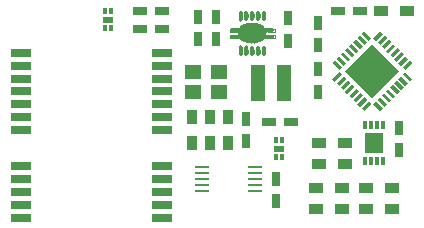
<source format=gbr>
G04 #@! TF.GenerationSoftware,KiCad,Pcbnew,(5.1.5)-3*
G04 #@! TF.CreationDate,2020-02-17T19:32:57-05:00*
G04 #@! TF.ProjectId,PicoTrackerWSPR1Rev6,5069636f-5472-4616-936b-657257535052,rev?*
G04 #@! TF.SameCoordinates,Original*
G04 #@! TF.FileFunction,Paste,Top*
G04 #@! TF.FilePolarity,Positive*
%FSLAX46Y46*%
G04 Gerber Fmt 4.6, Leading zero omitted, Abs format (unit mm)*
G04 Created by KiCad (PCBNEW (5.1.5)-3) date 2020-02-17 19:32:57*
%MOMM*%
%LPD*%
G04 APERTURE LIST*
%ADD10C,0.066040*%
%ADD11C,0.100000*%
%ADD12R,0.750000X1.200000*%
%ADD13R,1.200000X0.750000*%
%ADD14R,1.200000X0.900000*%
%ADD15R,1.550000X1.750000*%
%ADD16R,0.300000X0.800000*%
%ADD17R,1.143000X3.048000*%
%ADD18R,1.798320X0.797560*%
%ADD19R,1.300000X0.248920*%
%ADD20R,0.900000X1.200000*%
%ADD21O,0.279400X0.848360*%
%ADD22O,2.397760X1.648460*%
%ADD23O,3.799840X0.279400*%
%ADD24R,1.397000X1.193800*%
%ADD25R,0.300000X0.550000*%
%ADD26R,0.860000X0.500000*%
G04 APERTURE END LIST*
D10*
X99001580Y-72748140D02*
X99578160Y-72748140D01*
X99578160Y-72748140D02*
X99578160Y-72499220D01*
X99001580Y-72499220D02*
X99578160Y-72499220D01*
X99001580Y-72748140D02*
X99001580Y-72499220D01*
X99001580Y-73296780D02*
X99578160Y-73296780D01*
X99578160Y-73296780D02*
X99578160Y-73047860D01*
X99001580Y-73047860D02*
X99578160Y-73047860D01*
X99001580Y-73296780D02*
X99001580Y-73047860D01*
X99728020Y-72748140D02*
X100751640Y-72748140D01*
X100751640Y-72748140D02*
X100751640Y-72100440D01*
X100751640Y-73695560D02*
X100751640Y-73047860D01*
X99728020Y-73047860D02*
X100751640Y-73047860D01*
X101051360Y-73047860D02*
X102074980Y-73047860D01*
X101051360Y-73695560D02*
X101051360Y-73047860D01*
X101051360Y-72748140D02*
X102074980Y-72748140D01*
X101051360Y-72748140D02*
X101051360Y-72100440D01*
X100246180Y-74518520D02*
X100246180Y-74289920D01*
X100744020Y-74518520D02*
X100744020Y-74289920D01*
X100060760Y-74518520D02*
X100060760Y-74289920D01*
X101241860Y-74518520D02*
X101241860Y-74289920D01*
X100561140Y-74518520D02*
X100561140Y-74289920D01*
X101742240Y-74518520D02*
X101742240Y-74289920D01*
X101058980Y-74518520D02*
X101058980Y-74289920D01*
X101556820Y-74518520D02*
X101556820Y-74289920D01*
X101556820Y-71506080D02*
X101556820Y-71277480D01*
X101742240Y-71506080D02*
X101742240Y-71277480D01*
X101058980Y-71506080D02*
X101058980Y-71277480D01*
X101241860Y-71506080D02*
X101241860Y-71277480D01*
X100561140Y-71506080D02*
X100561140Y-71277480D01*
X100744020Y-71506080D02*
X100744020Y-71277480D01*
X100060760Y-71506080D02*
X100060760Y-71277480D01*
X100246180Y-71506080D02*
X100246180Y-71277480D01*
X102224840Y-73296780D02*
X102801420Y-73296780D01*
X102801420Y-73296780D02*
X102801420Y-73047860D01*
X102224840Y-73047860D02*
X102801420Y-73047860D01*
X102224840Y-73296780D02*
X102224840Y-73047860D01*
X102224840Y-72748140D02*
X102801420Y-72748140D01*
X102801420Y-72748140D02*
X102801420Y-72499220D01*
X102224840Y-72499220D02*
X102801420Y-72499220D01*
X102224840Y-72748140D02*
X102224840Y-72499220D01*
D11*
X100017580Y-74061320D02*
G75*
G03X100017580Y-74061320I-114300J0D01*
G01*
X100517960Y-74061320D02*
G75*
G03X100517960Y-74061320I-114300J0D01*
G01*
X101015800Y-74061320D02*
G75*
G03X101015800Y-74061320I-114300J0D01*
G01*
X101513640Y-74061320D02*
G75*
G03X101513640Y-74061320I-114300J0D01*
G01*
X102014020Y-74061320D02*
G75*
G03X102014020Y-74061320I-114300J0D01*
G01*
X102014020Y-71734680D02*
G75*
G03X102014020Y-71734680I-114300J0D01*
G01*
X101513640Y-71734680D02*
G75*
G03X101513640Y-71734680I-114300J0D01*
G01*
X101015800Y-71734680D02*
G75*
G03X101015800Y-71734680I-114300J0D01*
G01*
X100517960Y-71734680D02*
G75*
G03X100517960Y-71734680I-114300J0D01*
G01*
X100017580Y-71734680D02*
G75*
G03X100017580Y-71734680I-114300J0D01*
G01*
D12*
X106489500Y-72009000D03*
X106489500Y-73909000D03*
X103949500Y-71633000D03*
X103949500Y-73533000D03*
X97853500Y-73401000D03*
X97853500Y-71501000D03*
X96329500Y-71501000D03*
X96329500Y-73401000D03*
D13*
X91381500Y-72517000D03*
X93281500Y-72517000D03*
X91381500Y-70993000D03*
X93281500Y-70993000D03*
D12*
X100393500Y-80137000D03*
X100393500Y-82037000D03*
D13*
X104203500Y-80391000D03*
X102303500Y-80391000D03*
D12*
X106489500Y-75951000D03*
X106489500Y-77851000D03*
X102933500Y-85217000D03*
X102933500Y-87117000D03*
D13*
X108140500Y-70993000D03*
X110040500Y-70993000D03*
D12*
X113347500Y-82799000D03*
X113347500Y-80899000D03*
D14*
X108521500Y-85979000D03*
X106321500Y-85979000D03*
X106321500Y-87757000D03*
X108521500Y-87757000D03*
D15*
X111188500Y-82169000D03*
D16*
X110438500Y-80669000D03*
X110938500Y-80669000D03*
X111438500Y-80669000D03*
X111938500Y-80669000D03*
X111938500Y-83669000D03*
X111438500Y-83669000D03*
X110938500Y-83669000D03*
X110438500Y-83669000D03*
D17*
X101409500Y-77089000D03*
X103568500Y-77089000D03*
D18*
X81295240Y-74515980D03*
X81295240Y-75615800D03*
X81295240Y-76715620D03*
X81295240Y-77815440D03*
X81295240Y-78915260D03*
X81295240Y-80015080D03*
X81295240Y-81117440D03*
X81295240Y-84114640D03*
X81295240Y-85214460D03*
X81295240Y-86314280D03*
X81295240Y-87414100D03*
X81295240Y-88513920D03*
X93291660Y-88513920D03*
X93291660Y-87414100D03*
X93291660Y-86314280D03*
X93291660Y-85214460D03*
X93291660Y-84114640D03*
X93291660Y-81117440D03*
X93291660Y-80015080D03*
X93291660Y-78915260D03*
X93291660Y-77815440D03*
X93291660Y-76715620D03*
X93291660Y-75615800D03*
X93291660Y-74515980D03*
D19*
X96619500Y-84218780D03*
X96619500Y-84719160D03*
X96619500Y-85217000D03*
X96619500Y-85714840D03*
X96619500Y-86215220D03*
X101119500Y-86215220D03*
X101119500Y-85714840D03*
X101119500Y-85217000D03*
X101119500Y-84719160D03*
X101119500Y-84218780D03*
D14*
X112753500Y-85979000D03*
X110553500Y-85979000D03*
X110553500Y-87757000D03*
X112753500Y-87757000D03*
X111782500Y-70993000D03*
X113982500Y-70993000D03*
X108775500Y-82169000D03*
X106575500Y-82169000D03*
X106575500Y-83947000D03*
X108775500Y-83947000D03*
D20*
X95821500Y-79969000D03*
X95821500Y-82169000D03*
X97345500Y-79969000D03*
X97345500Y-82169000D03*
X98869500Y-79969000D03*
X98869500Y-82169000D03*
D21*
X99903280Y-74371200D03*
X100403660Y-74371200D03*
X100901500Y-74371200D03*
X101399340Y-74371200D03*
X101899720Y-74371200D03*
X101899720Y-71424800D03*
X101399340Y-71424800D03*
X100901500Y-71424800D03*
X100403660Y-71424800D03*
X99903280Y-71424800D03*
D22*
X100901500Y-72898000D03*
D23*
X100901500Y-72623680D03*
X100901500Y-73172320D03*
D24*
X98107500Y-76149200D03*
X95897700Y-76149200D03*
X95897700Y-77851000D03*
X98107500Y-77851000D03*
D25*
X88459500Y-72480000D03*
X88959500Y-72480000D03*
X88959500Y-71030000D03*
X88459500Y-71030000D03*
D26*
X88709500Y-71755000D03*
X103187500Y-82677000D03*
D25*
X102937500Y-81952000D03*
X103437500Y-81952000D03*
X103437500Y-83402000D03*
X102937500Y-83402000D03*
D11*
G36*
X108763403Y-76073000D02*
G01*
X111061500Y-73774903D01*
X113359597Y-76073000D01*
X111061500Y-78371097D01*
X108763403Y-76073000D01*
G37*
G36*
X111149889Y-73297606D02*
G01*
X111750929Y-72696566D01*
X111963061Y-72908698D01*
X111362021Y-73509738D01*
X111149889Y-73297606D01*
G37*
G36*
X111503442Y-73651159D02*
G01*
X112104482Y-73050119D01*
X112316614Y-73262251D01*
X111715574Y-73863291D01*
X111503442Y-73651159D01*
G37*
G36*
X111856996Y-74004712D02*
G01*
X112458036Y-73403672D01*
X112670168Y-73615804D01*
X112069128Y-74216844D01*
X111856996Y-74004712D01*
G37*
G36*
X112210549Y-74358266D02*
G01*
X112811589Y-73757226D01*
X113023721Y-73969358D01*
X112422681Y-74570398D01*
X112210549Y-74358266D01*
G37*
G36*
X112564102Y-74711819D02*
G01*
X113165142Y-74110779D01*
X113377274Y-74322911D01*
X112776234Y-74923951D01*
X112564102Y-74711819D01*
G37*
G36*
X112917656Y-75065372D02*
G01*
X113518696Y-74464332D01*
X113730828Y-74676464D01*
X113129788Y-75277504D01*
X112917656Y-75065372D01*
G37*
G36*
X113271209Y-75418926D02*
G01*
X113872249Y-74817886D01*
X114084381Y-75030018D01*
X113483341Y-75631058D01*
X113271209Y-75418926D01*
G37*
G36*
X113624762Y-75772479D02*
G01*
X114225802Y-75171439D01*
X114437934Y-75383571D01*
X113836894Y-75984611D01*
X113624762Y-75772479D01*
G37*
G36*
X114225802Y-76974561D02*
G01*
X113624762Y-76373521D01*
X113836894Y-76161389D01*
X114437934Y-76762429D01*
X114225802Y-76974561D01*
G37*
G36*
X113872249Y-77328114D02*
G01*
X113271209Y-76727074D01*
X113483341Y-76514942D01*
X114084381Y-77115982D01*
X113872249Y-77328114D01*
G37*
G36*
X113518696Y-77681668D02*
G01*
X112917656Y-77080628D01*
X113129788Y-76868496D01*
X113730828Y-77469536D01*
X113518696Y-77681668D01*
G37*
G36*
X113165142Y-78035221D02*
G01*
X112564102Y-77434181D01*
X112776234Y-77222049D01*
X113377274Y-77823089D01*
X113165142Y-78035221D01*
G37*
G36*
X112811589Y-78388774D02*
G01*
X112210549Y-77787734D01*
X112422681Y-77575602D01*
X113023721Y-78176642D01*
X112811589Y-78388774D01*
G37*
G36*
X112458036Y-78742328D02*
G01*
X111856996Y-78141288D01*
X112069128Y-77929156D01*
X112670168Y-78530196D01*
X112458036Y-78742328D01*
G37*
G36*
X112104482Y-79095881D02*
G01*
X111503442Y-78494841D01*
X111715574Y-78282709D01*
X112316614Y-78883749D01*
X112104482Y-79095881D01*
G37*
G36*
X111750929Y-79449434D02*
G01*
X111149889Y-78848394D01*
X111362021Y-78636262D01*
X111963061Y-79237302D01*
X111750929Y-79449434D01*
G37*
G36*
X110159939Y-79237302D02*
G01*
X110760979Y-78636262D01*
X110973111Y-78848394D01*
X110372071Y-79449434D01*
X110159939Y-79237302D01*
G37*
G36*
X109806386Y-78883749D02*
G01*
X110407426Y-78282709D01*
X110619558Y-78494841D01*
X110018518Y-79095881D01*
X109806386Y-78883749D01*
G37*
G36*
X109452832Y-78530196D02*
G01*
X110053872Y-77929156D01*
X110266004Y-78141288D01*
X109664964Y-78742328D01*
X109452832Y-78530196D01*
G37*
G36*
X109099279Y-78176642D02*
G01*
X109700319Y-77575602D01*
X109912451Y-77787734D01*
X109311411Y-78388774D01*
X109099279Y-78176642D01*
G37*
G36*
X108745726Y-77823089D02*
G01*
X109346766Y-77222049D01*
X109558898Y-77434181D01*
X108957858Y-78035221D01*
X108745726Y-77823089D01*
G37*
G36*
X108392172Y-77469536D02*
G01*
X108993212Y-76868496D01*
X109205344Y-77080628D01*
X108604304Y-77681668D01*
X108392172Y-77469536D01*
G37*
G36*
X108038619Y-77115982D02*
G01*
X108639659Y-76514942D01*
X108851791Y-76727074D01*
X108250751Y-77328114D01*
X108038619Y-77115982D01*
G37*
G36*
X107685066Y-76762429D02*
G01*
X108286106Y-76161389D01*
X108498238Y-76373521D01*
X107897198Y-76974561D01*
X107685066Y-76762429D01*
G37*
G36*
X108286106Y-75984611D02*
G01*
X107685066Y-75383571D01*
X107897198Y-75171439D01*
X108498238Y-75772479D01*
X108286106Y-75984611D01*
G37*
G36*
X108639659Y-75631058D02*
G01*
X108038619Y-75030018D01*
X108250751Y-74817886D01*
X108851791Y-75418926D01*
X108639659Y-75631058D01*
G37*
G36*
X108993212Y-75277504D02*
G01*
X108392172Y-74676464D01*
X108604304Y-74464332D01*
X109205344Y-75065372D01*
X108993212Y-75277504D01*
G37*
G36*
X109346766Y-74923951D02*
G01*
X108745726Y-74322911D01*
X108957858Y-74110779D01*
X109558898Y-74711819D01*
X109346766Y-74923951D01*
G37*
G36*
X109700319Y-74570398D02*
G01*
X109099279Y-73969358D01*
X109311411Y-73757226D01*
X109912451Y-74358266D01*
X109700319Y-74570398D01*
G37*
G36*
X110053872Y-74216844D02*
G01*
X109452832Y-73615804D01*
X109664964Y-73403672D01*
X110266004Y-74004712D01*
X110053872Y-74216844D01*
G37*
G36*
X110407426Y-73863291D02*
G01*
X109806386Y-73262251D01*
X110018518Y-73050119D01*
X110619558Y-73651159D01*
X110407426Y-73863291D01*
G37*
G36*
X110760979Y-73509738D02*
G01*
X110159939Y-72908698D01*
X110372071Y-72696566D01*
X110973111Y-73297606D01*
X110760979Y-73509738D01*
G37*
M02*

</source>
